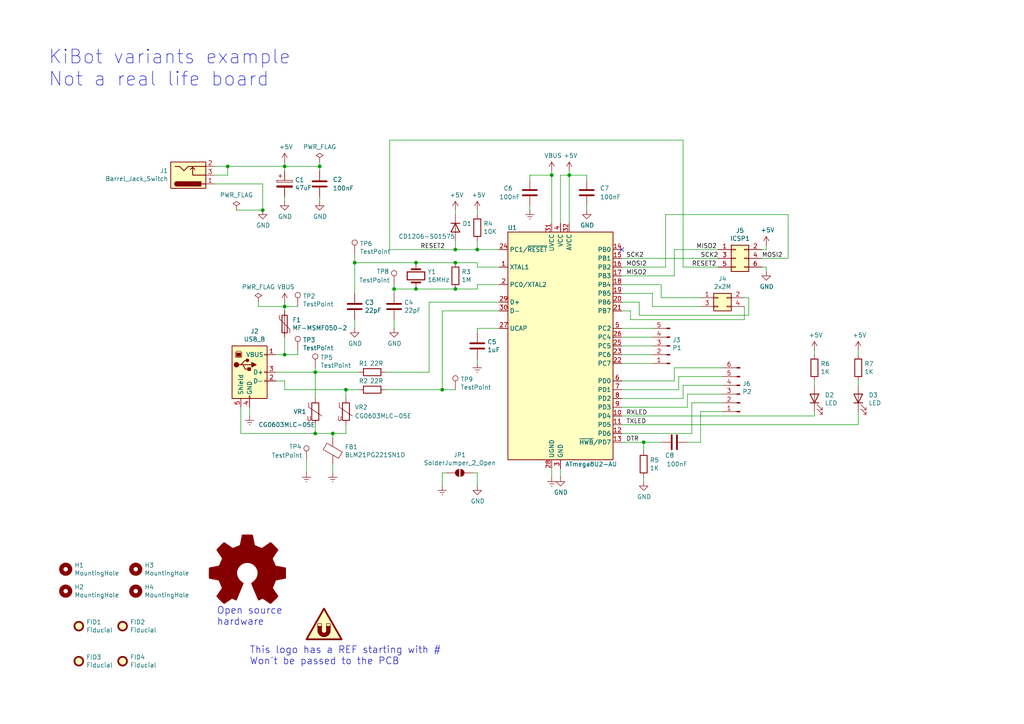
<source format=kicad_sch>
(kicad_sch (version 20231120) (generator "eeschema") (generator_version "8.0")
  (paper "A4")
  (title_block (title "Arduino UNO programmer") (date "${date}") (rev "${git_hash}") (company "Instituto Nacional de Tecnología Industrial") (comment 1 "Just a copy of the original circuit, but not as ugly") (comment 4 "An example of KiBot variants"))
  (lib_symbols
    (symbol "Connector:Barrel_Jack_Switch" (pin_names hide)
      (property "Reference" "J" (at 0 5.334 0))
      (property "Value" "Barrel_Jack_Switch" (at 0 -5.08 0))
      (symbol "Barrel_Jack_Switch_1_1"
        (pin passive line (at 7.62 2.54 180) (length 2.54) (name "~") (number "1"))
        (pin passive line (at 7.62 -2.54 180) (length 2.54) (name "~") (number "2"))
        (pin passive line (at 7.62 0 180) (length 2.54) (name "~") (number "3"))
      )
    )
    (symbol "Connector:Conn_01x05_Pin" (pin_names (offset 1.016) hide)
      (property "Reference" "J" (at 0 7.62 0))
      (property "Value" "Conn_01x05_Pin" (at 0 -7.62 0))
      (symbol "Conn_01x05_Pin_1_1"
        (pin passive line (at 5.08 5.08 180) (length 3.81) (name "Pin_1") (number "1"))
        (pin passive line (at 5.08 2.54 180) (length 3.81) (name "Pin_2") (number "2"))
        (pin passive line (at 5.08 0 180) (length 3.81) (name "Pin_3") (number "3"))
        (pin passive line (at 5.08 -2.54 180) (length 3.81) (name "Pin_4") (number "4"))
        (pin passive line (at 5.08 -5.08 180) (length 3.81) (name "Pin_5") (number "5"))
      )
    )
    (symbol "Connector:Conn_01x06_Pin" (pin_names (offset 1.016) hide)
      (property "Reference" "J" (at 0 7.62 0))
      (property "Value" "Conn_01x06_Pin" (at 0 -10.16 0))
      (symbol "Conn_01x06_Pin_1_1"
        (pin passive line (at 5.08 5.08 180) (length 3.81) (name "Pin_1") (number "1"))
        (pin passive line (at 5.08 2.54 180) (length 3.81) (name "Pin_2") (number "2"))
        (pin passive line (at 5.08 0 180) (length 3.81) (name "Pin_3") (number "3"))
        (pin passive line (at 5.08 -2.54 180) (length 3.81) (name "Pin_4") (number "4"))
        (pin passive line (at 5.08 -5.08 180) (length 3.81) (name "Pin_5") (number "5"))
        (pin passive line (at 5.08 -7.62 180) (length 3.81) (name "Pin_6") (number "6"))
      )
    )
    (symbol "Connector:TestPoint" (pin_numbers hide) (pin_names (offset 0.762) hide)
      (property "Reference" "TP" (at 0 6.858 0))
      (property "Value" "TestPoint" (at 0 5.08 0))
      (symbol "TestPoint_1_1"
        (pin passive line (at 0 0 90) (length 2.54) (name "1") (number "1"))
      )
    )
    (symbol "Connector:USB_B" (pin_names (offset 1.016))
      (property "Reference" "J" (at -5.08 11.43 0))
      (property "Value" "USB_B" (at -5.08 8.89 0))
      (symbol "USB_B_1_1"
        (pin power_out line (at 7.62 5.08 180) (length 2.54) (name "VBUS") (number "1"))
        (pin bidirectional line (at 7.62 -2.54 180) (length 2.54) (name "D-") (number "2"))
        (pin bidirectional line (at 7.62 0 180) (length 2.54) (name "D+") (number "3"))
        (pin power_out line (at 0 -10.16 90) (length 2.54) (name "GND") (number "4"))
        (pin passive line (at -2.54 -10.16 90) (length 2.54) (name "Shield") (number "5"))
      )
    )
    (symbol "Connector_Generic:Conn_02x02_Odd_Even" (pin_names (offset 1.016) hide)
      (property "Reference" "J" (at 1.27 2.54 0))
      (property "Value" "Conn_02x02_Odd_Even" (at 1.27 -5.08 0))
      (symbol "Conn_02x02_Odd_Even_1_1"
        (pin passive line (at -5.08 0 0) (length 3.81) (name "Pin_1") (number "1"))
        (pin passive line (at 7.62 0 180) (length 3.81) (name "Pin_2") (number "2"))
        (pin passive line (at -5.08 -2.54 0) (length 3.81) (name "Pin_3") (number "3"))
        (pin passive line (at 7.62 -2.54 180) (length 3.81) (name "Pin_4") (number "4"))
      )
    )
    (symbol "Connector_Generic:Conn_02x03_Odd_Even" (pin_names (offset 1.016) hide)
      (property "Reference" "J" (at 1.27 5.08 0))
      (property "Value" "Conn_02x03_Odd_Even" (at 1.27 -5.08 0))
      (symbol "Conn_02x03_Odd_Even_1_1"
        (pin passive line (at -5.08 2.54 0) (length 3.81) (name "Pin_1") (number "1"))
        (pin passive line (at 7.62 2.54 180) (length 3.81) (name "Pin_2") (number "2"))
        (pin passive line (at -5.08 0 0) (length 3.81) (name "Pin_3") (number "3"))
        (pin passive line (at 7.62 0 180) (length 3.81) (name "Pin_4") (number "4"))
        (pin passive line (at -5.08 -2.54 0) (length 3.81) (name "Pin_5") (number "5"))
        (pin passive line (at 7.62 -2.54 180) (length 3.81) (name "Pin_6") (number "6"))
      )
    )
    (symbol "Device:C" (pin_numbers hide) (pin_names (offset 0.254))
      (property "Reference" "C" (at 0.635 2.54 0))
      (property "Value" "C" (at 0.635 -2.54 0))
      (symbol "C_1_1"
        (pin passive line (at 0 3.81 270) (length 2.794) (name "~") (number "1"))
        (pin passive line (at 0 -3.81 90) (length 2.794) (name "~") (number "2"))
      )
    )
    (symbol "Device:C_Polarized" (pin_numbers hide) (pin_names (offset 0.254))
      (property "Reference" "C" (at 0.635 2.54 0))
      (property "Value" "C_Polarized" (at 0.635 -2.54 0))
      (symbol "C_Polarized_1_1"
        (pin passive line (at 0 3.81 270) (length 2.794) (name "~") (number "1"))
        (pin passive line (at 0 -3.81 90) (length 2.794) (name "~") (number "2"))
      )
    )
    (symbol "Device:Crystal" (pin_numbers hide) (pin_names (offset 1.016) hide)
      (property "Reference" "Y" (at 0 3.81 0))
      (property "Value" "Crystal" (at 0 -3.81 0))
      (symbol "Crystal_1_1"
        (pin passive line (at -3.81 0 0) (length 1.27) (name "1") (number "1"))
        (pin passive line (at 3.81 0 180) (length 1.27) (name "2") (number "2"))
      )
    )
    (symbol "Device:D" (pin_numbers hide) (pin_names (offset 1.016) hide)
      (property "Reference" "D" (at 0 2.54 0))
      (property "Value" "D" (at 0 -2.54 0))
      (symbol "D_1_1"
        (pin passive line (at -3.81 0 0) (length 2.54) (name "K") (number "1"))
        (pin passive line (at 3.81 0 180) (length 2.54) (name "A") (number "2"))
      )
    )
    (symbol "Device:FerriteBead" (pin_numbers hide) (pin_names (offset 0))
      (property "Reference" "FB" (at -3.81 0.635 90))
      (property "Value" "FerriteBead" (at 3.81 0 90))
      (symbol "FerriteBead_1_1"
        (pin passive line (at 0 3.81 270) (length 2.54) (name "~") (number "1"))
        (pin passive line (at 0 -3.81 90) (length 2.54) (name "~") (number "2"))
      )
    )
    (symbol "Device:LED" (pin_numbers hide) (pin_names (offset 1.016) hide)
      (property "Reference" "D" (at 0 2.54 0))
      (property "Value" "LED" (at 0 -2.54 0))
      (symbol "LED_1_1"
        (pin passive line (at -3.81 0 0) (length 2.54) (name "K") (number "1"))
        (pin passive line (at 3.81 0 180) (length 2.54) (name "A") (number "2"))
      )
    )
    (symbol "Device:Polyfuse" (pin_numbers hide) (pin_names (offset 0))
      (property "Reference" "F" (at -2.54 0 90))
      (property "Value" "Polyfuse" (at 2.54 0 90))
      (symbol "Polyfuse_1_1"
        (pin passive line (at 0 3.81 270) (length 1.27) (name "~") (number "1"))
        (pin passive line (at 0 -3.81 90) (length 1.27) (name "~") (number "2"))
      )
    )
    (symbol "Device:R" (pin_numbers hide) (pin_names (offset 0))
      (property "Reference" "R" (at 2.032 0 90))
      (property "Value" "R" (at 0 0 90))
      (symbol "R_1_1"
        (pin passive line (at 0 3.81 270) (length 1.27) (name "~") (number "1"))
        (pin passive line (at 0 -3.81 90) (length 1.27) (name "~") (number "2"))
      )
    )
    (symbol "Device:Varistor" (pin_numbers hide) (pin_names (offset 0))
      (property "Reference" "RV" (at 3.175 0 90))
      (property "Value" "Varistor" (at -3.175 0 90))
      (symbol "Varistor_0_0"
        (text "U" (at -1.778 -2.032 0) (effects (font (size 1.27 1.27))))
      )
      (symbol "Varistor_1_1"
        (pin passive line (at 0 3.81 270) (length 1.27) (name "~") (number "1"))
        (pin passive line (at 0 -3.81 90) (length 1.27) (name "~") (number "2"))
      )
    )
    (symbol "Graphic:Logo_Open_Hardware_Large" (in_bom no) (on_board no))
    (symbol "Graphic:SYM_Magnet_Large" (in_bom no) (on_board no))
    (symbol "Jumper:SolderJumper_2_Open" (pin_numbers hide) (pin_names (offset 0) hide) (exclude_from_sim yes) (in_bom no)
      (property "Reference" "JP" (at 0 2.032 0))
      (property "Value" "SolderJumper_2_Open" (at 0 -2.54 0))
      (symbol "SolderJumper_2_Open_1_1"
        (pin passive line (at -3.81 0 0) (length 2.54) (name "A") (number "1"))
        (pin passive line (at 3.81 0 180) (length 2.54) (name "B") (number "2"))
      )
    )
    (symbol "MCU_Microchip_ATmega:ATmega8U2-A"
      (property "Reference" "U" (at -15.24 34.29 0))
      (property "Value" "ATmega8U2-A" (at 2.54 -34.29 0))
      (symbol "ATmega8U2-A_1_1"
        (pin input line (at -17.78 22.86 0) (length 2.54) (name "XTAL1") (number "1"))
        (pin bidirectional line (at 17.78 -20.32 180) (length 2.54) (name "PD4") (number "10"))
        (pin bidirectional line (at 17.78 -22.86 180) (length 2.54) (name "PD5") (number "11"))
        (pin bidirectional line (at 17.78 -25.4 180) (length 2.54) (name "PD6") (number "12"))
        (pin bidirectional line (at 17.78 -27.94 180) (length 2.54) (name "~{HWB}/PD7") (number "13"))
        (pin bidirectional line (at 17.78 27.94 180) (length 2.54) (name "PB0") (number "14"))
        (pin bidirectional line (at 17.78 25.4 180) (length 2.54) (name "PB1") (number "15"))
        (pin bidirectional line (at 17.78 22.86 180) (length 2.54) (name "PB2") (number "16"))
        (pin bidirectional line (at 17.78 20.32 180) (length 2.54) (name "PB3") (number "17"))
        (pin bidirectional line (at 17.78 17.78 180) (length 2.54) (name "PB4") (number "18"))
        (pin bidirectional line (at 17.78 15.24 180) (length 2.54) (name "PB5") (number "19"))
        (pin bidirectional line (at -17.78 17.78 0) (length 2.54) (name "PC0/XTAL2") (number "2"))
        (pin bidirectional line (at 17.78 12.7 180) (length 2.54) (name "PB6") (number "20"))
        (pin bidirectional line (at 17.78 10.16 180) (length 2.54) (name "PB7") (number "21"))
        (pin bidirectional line (at 17.78 -5.08 180) (length 2.54) (name "PC7") (number "22"))
        (pin bidirectional line (at 17.78 -2.54 180) (length 2.54) (name "PC6") (number "23"))
        (pin bidirectional line (at -17.78 27.94 0) (length 2.54) (name "PC1/~{RESET}") (number "24"))
        (pin bidirectional line (at 17.78 0 180) (length 2.54) (name "PC5") (number "25"))
        (pin bidirectional line (at 17.78 2.54 180) (length 2.54) (name "PC4") (number "26"))
        (pin passive line (at -17.78 5.08 0) (length 2.54) (name "UCAP") (number "27"))
        (pin power_in line (at -2.54 -35.56 90) (length 2.54) (name "UGND") (number "28"))
        (pin bidirectional line (at -17.78 12.7 0) (length 2.54) (name "D+") (number "29"))
        (pin power_in line (at 0 -35.56 90) (length 2.54) (name "GND") (number "3"))
        (pin bidirectional line (at -17.78 10.16 0) (length 2.54) (name "D-") (number "30"))
        (pin power_in line (at -2.54 35.56 270) (length 2.54) (name "UVCC") (number "31"))
        (pin power_in line (at 2.54 35.56 270) (length 2.54) (name "AVCC") (number "32"))
        (pin power_in line (at 0 35.56 270) (length 2.54) (name "VCC") (number "4"))
        (pin bidirectional line (at 17.78 5.08 180) (length 2.54) (name "PC2") (number "5"))
        (pin bidirectional line (at 17.78 -10.16 180) (length 2.54) (name "PD0") (number "6"))
        (pin bidirectional line (at 17.78 -12.7 180) (length 2.54) (name "PD1") (number "7"))
        (pin bidirectional line (at 17.78 -15.24 180) (length 2.54) (name "PD2") (number "8"))
        (pin bidirectional line (at 17.78 -17.78 180) (length 2.54) (name "PD3") (number "9"))
      )
    )
    (symbol "Mechanical:Fiducial" (exclude_from_sim yes) (in_bom no)
      (property "Reference" "FID" (at 0 5.08 0))
      (property "Value" "Fiducial" (at 0 3.175 0))
    )
    (symbol "Mechanical:MountingHole" (pin_names (offset 1.016)) (exclude_from_sim yes) (in_bom no)
      (property "Reference" "H" (at 0 5.08 0))
      (property "Value" "MountingHole" (at 0 3.175 0))
    )
    (symbol "power:+5V" (power) (pin_numbers hide) (pin_names (offset 0) hide)
      (property "Value" "+5V" (at 0 3.556 0))
      (symbol "+5V_1_1"
        (pin power_in line (at 0 0 90) (length 0) (name "~") (number "1"))
      )
    )
    (symbol "power:Earth" (power) (pin_numbers hide) (pin_names (offset 0) hide)
      (property "Value" "Earth" (at 0 -3.81 0))
      (symbol "Earth_1_1"
        (pin power_in line (at 0 0 270) (length 0) (name "~") (number "1"))
      )
    )
    (symbol "power:GND" (power) (pin_numbers hide) (pin_names (offset 0) hide)
      (property "Value" "GND" (at 0 -3.81 0))
      (symbol "GND_1_1"
        (pin power_in line (at 0 0 270) (length 0) (name "~") (number "1"))
      )
    )
    (symbol "power:PWR_FLAG" (power) (pin_numbers hide) (pin_names (offset 0) hide)
      (property "Value" "PWR_FLAG" (at 0 3.81 0))
      (symbol "PWR_FLAG_0_0"
        (pin power_out line (at 0 0 90) (length 0) (name "~") (number "1"))
      )
    )
    (symbol "power:VBUS" (power) (pin_numbers hide) (pin_names (offset 0) hide)
      (property "Value" "VBUS" (at 0 3.556 0))
      (symbol "VBUS_1_1"
        (pin power_in line (at 0 0 90) (length 0) (name "~") (number "1"))
      )
    )
  )
  (junction (at 82.55 88.9))
  (junction (at 160.02 50.8))
  (junction (at 132.08 76.2))
  (junction (at 91.44 125.73))
  (junction (at 100.33 113.03))
  (junction (at 138.43 72.39))
  (junction (at 128.27 113.03))
  (junction (at 96.52 125.73))
  (junction (at 186.69 128.27))
  (junction (at 120.65 76.2))
  (junction (at 114.3 83.82))
  (junction (at 82.55 48.26))
  (junction (at 92.71 48.26))
  (junction (at 102.87 76.2))
  (junction (at 132.08 72.39))
  (junction (at 82.55 102.87))
  (junction (at 91.44 107.95))
  (junction (at 165.1 50.8))
  (junction (at 132.08 83.82))
  (junction (at 66.04 48.26))
  (junction (at 76.2 60.96))
  (junction (at 120.65 83.82))
  (no_connect (at 180.34 72.39))
  (wire (pts (xy 186.69 130.81) (xy 186.69 128.27)))
  (wire (pts (xy 96.52 125.73) (xy 96.52 127)))
  (wire (pts (xy 91.44 125.73) (xy 96.52 125.73)))
  (wire (pts (xy 82.55 102.87) (xy 82.55 97.79)))
  (wire (pts (xy 92.71 46.99) (xy 92.71 48.26)))
  (wire (pts (xy 66.04 50.8) (xy 66.04 48.26)))
  (wire (pts (xy 162.56 50.8) (xy 165.1 50.8)))
  (wire (pts (xy 248.92 123.19) (xy 248.92 119.38)))
  (wire (pts (xy 153.67 50.8) (xy 160.02 50.8)))
  (wire (pts (xy 144.78 95.25) (xy 138.43 95.25)))
  (wire (pts (xy 132.08 76.2) (xy 120.65 76.2)))
  (wire (pts (xy 111.76 113.03) (xy 128.27 113.03)))
  (wire (pts (xy 182.88 92.71) (xy 215.9 92.71)))
  (wire (pts (xy 128.27 137.16) (xy 128.27 140.97)))
  (wire (pts (xy 180.34 85.09) (xy 189.23 85.09)))
  (wire (pts (xy 209.55 106.68) (xy 195.58 106.68)))
  (wire (pts (xy 114.3 92.71) (xy 114.3 95.25)))
  (wire (pts (xy 180.34 80.01) (xy 195.58 80.01)))
  (wire (pts (xy 162.56 64.77) (xy 162.56 50.8)))
  (wire (pts (xy 82.55 113.03) (xy 82.55 110.49)))
  (wire (pts (xy 203.2 128.27) (xy 203.2 119.38)))
  (wire (pts (xy 180.34 87.63) (xy 185.42 87.63)))
  (wire (pts (xy 100.33 113.03) (xy 82.55 113.03)))
  (wire (pts (xy 76.2 60.96) (xy 68.58 60.96)))
  (wire (pts (xy 138.43 77.47) (xy 138.43 76.2)))
  (wire (pts (xy 138.43 95.25) (xy 138.43 96.52)))
  (wire (pts (xy 132.08 69.85) (xy 132.08 72.39)))
  (wire (pts (xy 62.23 50.8) (xy 66.04 50.8)))
  (wire (pts (xy 120.65 83.82) (xy 114.3 83.82)))
  (wire (pts (xy 198.12 111.76) (xy 198.12 115.57)))
  (wire (pts (xy 217.17 91.44) (xy 217.17 86.36)))
  (wire (pts (xy 220.98 72.39) (xy 222.25 72.39)))
  (wire (pts (xy 69.85 118.11) (xy 69.85 125.73)))
  (wire (pts (xy 153.67 52.07) (xy 153.67 50.8)))
  (wire (pts (xy 114.3 82.55) (xy 114.3 83.82)))
  (wire (pts (xy 199.39 128.27) (xy 203.2 128.27)))
  (wire (pts (xy 195.58 80.01) (xy 195.58 72.39)))
  (wire (pts (xy 198.12 40.64) (xy 113.03 40.64)))
  (wire (pts (xy 113.03 72.39) (xy 132.08 72.39)))
  (wire (pts (xy 153.67 59.69) (xy 153.67 60.96)))
  (wire (pts (xy 236.22 120.65) (xy 236.22 119.38)))
  (wire (pts (xy 180.34 95.25) (xy 189.23 95.25)))
  (wire (pts (xy 198.12 77.47) (xy 198.12 40.64)))
  (wire (pts (xy 80.01 102.87) (xy 82.55 102.87)))
  (wire (pts (xy 129.54 137.16) (xy 128.27 137.16)))
  (wire (pts (xy 92.71 57.15) (xy 92.71 58.42)))
  (wire (pts (xy 144.78 77.47) (xy 138.43 77.47)))
  (wire (pts (xy 182.88 90.17) (xy 182.88 92.71)))
  (wire (pts (xy 91.44 106.68) (xy 91.44 107.95)))
  (wire (pts (xy 199.39 114.3) (xy 209.55 114.3)))
  (wire (pts (xy 96.52 125.73) (xy 100.33 125.73)))
  (wire (pts (xy 138.43 83.82) (xy 138.43 82.55)))
  (wire (pts (xy 236.22 110.49) (xy 236.22 111.76)))
  (wire (pts (xy 96.52 134.62) (xy 96.52 137.16)))
  (wire (pts (xy 62.23 48.26) (xy 66.04 48.26)))
  (wire (pts (xy 180.34 125.73) (xy 200.66 125.73)))
  (wire (pts (xy 120.65 76.2) (xy 102.87 76.2)))
  (wire (pts (xy 72.39 118.11) (xy 72.39 120.65)))
  (wire (pts (xy 165.1 64.77) (xy 165.1 50.8)))
  (wire (pts (xy 180.34 118.11) (xy 199.39 118.11)))
  (wire (pts (xy 220.98 77.47) (xy 222.25 77.47)))
  (wire (pts (xy 138.43 76.2) (xy 132.08 76.2)))
  (wire (pts (xy 195.58 72.39) (xy 208.28 72.39)))
  (wire (pts (xy 132.08 83.82) (xy 120.65 83.82)))
  (wire (pts (xy 100.33 115.57) (xy 100.33 113.03)))
  (wire (pts (xy 180.34 120.65) (xy 236.22 120.65)))
  (wire (pts (xy 180.34 128.27) (xy 186.69 128.27)))
  (wire (pts (xy 170.18 52.07) (xy 170.18 50.8)))
  (wire (pts (xy 138.43 60.96) (xy 138.43 62.23)))
  (wire (pts (xy 180.34 82.55) (xy 191.77 82.55)))
  (wire (pts (xy 195.58 106.68) (xy 195.58 110.49)))
  (wire (pts (xy 189.23 85.09) (xy 189.23 88.9)))
  (wire (pts (xy 189.23 88.9) (xy 203.2 88.9)))
  (wire (pts (xy 102.87 76.2) (xy 102.87 85.09)))
  (wire (pts (xy 128.27 113.03) (xy 128.27 90.17)))
  (wire (pts (xy 92.71 48.26) (xy 92.71 49.53)))
  (wire (pts (xy 189.23 97.79) (xy 180.34 97.79)))
  (wire (pts (xy 185.42 87.63) (xy 185.42 91.44)))
  (wire (pts (xy 86.36 101.6) (xy 86.36 102.87)))
  (wire (pts (xy 170.18 59.69) (xy 170.18 60.96)))
  (wire (pts (xy 138.43 105.41) (xy 138.43 104.14)))
  (wire (pts (xy 186.69 138.43) (xy 186.69 139.7)))
  (wire (pts (xy 82.55 57.15) (xy 82.55 58.42)))
  (wire (pts (xy 82.55 110.49) (xy 80.01 110.49)))
  (wire (pts (xy 180.34 100.33) (xy 189.23 100.33)))
  (wire (pts (xy 138.43 137.16) (xy 138.43 140.97)))
  (wire (pts (xy 132.08 60.96) (xy 132.08 62.23)))
  (wire (pts (xy 228.6 74.93) (xy 228.6 62.23)))
  (wire (pts (xy 82.55 46.99) (xy 82.55 48.26)))
  (wire (pts (xy 137.16 137.16) (xy 138.43 137.16)))
  (wire (pts (xy 222.25 72.39) (xy 222.25 71.12)))
  (wire (pts (xy 208.28 77.47) (xy 198.12 77.47)))
  (wire (pts (xy 104.14 113.03) (xy 100.33 113.03)))
  (wire (pts (xy 86.36 88.9) (xy 82.55 88.9)))
  (wire (pts (xy 198.12 115.57) (xy 180.34 115.57)))
  (wire (pts (xy 189.23 102.87) (xy 180.34 102.87)))
  (wire (pts (xy 100.33 125.73) (xy 100.33 123.19)))
  (wire (pts (xy 203.2 119.38) (xy 209.55 119.38)))
  (wire (pts (xy 180.34 113.03) (xy 196.85 113.03)))
  (wire (pts (xy 222.25 77.47) (xy 222.25 78.74)))
  (wire (pts (xy 185.42 91.44) (xy 217.17 91.44)))
  (wire (pts (xy 114.3 83.82) (xy 114.3 85.09)))
  (wire (pts (xy 66.04 48.26) (xy 82.55 48.26)))
  (wire (pts (xy 191.77 82.55) (xy 191.77 86.36)))
  (wire (pts (xy 180.34 90.17) (xy 182.88 90.17)))
  (wire (pts (xy 236.22 101.6) (xy 236.22 102.87)))
  (wire (pts (xy 124.46 87.63) (xy 124.46 107.95)))
  (wire (pts (xy 199.39 118.11) (xy 199.39 114.3)))
  (wire (pts (xy 180.34 74.93) (xy 208.28 74.93)))
  (wire (pts (xy 217.17 86.36) (xy 215.9 86.36)))
  (wire (pts (xy 82.55 48.26) (xy 92.71 48.26)))
  (wire (pts (xy 102.87 92.71) (xy 102.87 95.25)))
  (wire (pts (xy 195.58 110.49) (xy 180.34 110.49)))
  (wire (pts (xy 193.04 62.23) (xy 228.6 62.23)))
  (wire (pts (xy 113.03 40.64) (xy 113.03 72.39)))
  (wire (pts (xy 196.85 113.03) (xy 196.85 109.22)))
  (wire (pts (xy 74.93 88.9) (xy 74.93 87.63)))
  (wire (pts (xy 82.55 48.26) (xy 82.55 49.53)))
  (wire (pts (xy 165.1 50.8) (xy 165.1 49.53)))
  (wire (pts (xy 160.02 64.77) (xy 160.02 50.8)))
  (wire (pts (xy 160.02 135.89) (xy 160.02 138.43)))
  (wire (pts (xy 138.43 82.55) (xy 144.78 82.55)))
  (wire (pts (xy 248.92 110.49) (xy 248.92 111.76)))
  (wire (pts (xy 144.78 87.63) (xy 124.46 87.63)))
  (wire (pts (xy 69.85 125.73) (xy 91.44 125.73)))
  (wire (pts (xy 132.08 72.39) (xy 138.43 72.39)))
  (wire (pts (xy 200.66 125.73) (xy 200.66 116.84)))
  (wire (pts (xy 193.04 77.47) (xy 193.04 62.23)))
  (wire (pts (xy 180.34 123.19) (xy 248.92 123.19)))
  (wire (pts (xy 91.44 107.95) (xy 104.14 107.95)))
  (wire (pts (xy 102.87 73.66) (xy 102.87 76.2)))
  (wire (pts (xy 91.44 123.19) (xy 91.44 125.73)))
  (wire (pts (xy 132.08 83.82) (xy 138.43 83.82)))
  (wire (pts (xy 76.2 53.34) (xy 76.2 60.96)))
  (wire (pts (xy 209.55 111.76) (xy 198.12 111.76)))
  (wire (pts (xy 82.55 88.9) (xy 82.55 87.63)))
  (wire (pts (xy 165.1 50.8) (xy 170.18 50.8)))
  (wire (pts (xy 91.44 115.57) (xy 91.44 107.95)))
  (wire (pts (xy 196.85 109.22) (xy 209.55 109.22)))
  (wire (pts (xy 62.23 53.34) (xy 76.2 53.34)))
  (wire (pts (xy 132.08 113.03) (xy 128.27 113.03)))
  (wire (pts (xy 80.01 107.95) (xy 91.44 107.95)))
  (wire (pts (xy 200.66 116.84) (xy 209.55 116.84)))
  (wire (pts (xy 162.56 135.89) (xy 162.56 138.43)))
  (wire (pts (xy 191.77 86.36) (xy 203.2 86.36)))
  (wire (pts (xy 180.34 105.41) (xy 189.23 105.41)))
  (wire (pts (xy 160.02 50.8) (xy 160.02 49.53)))
  (wire (pts (xy 124.46 107.95) (xy 111.76 107.95)))
  (wire (pts (xy 82.55 88.9) (xy 74.93 88.9)))
  (wire (pts (xy 138.43 72.39) (xy 144.78 72.39)))
  (wire (pts (xy 128.27 90.17) (xy 144.78 90.17)))
  (wire (pts (xy 248.92 101.6) (xy 248.92 102.87)))
  (wire (pts (xy 82.55 90.17) (xy 82.55 88.9)))
  (wire (pts (xy 186.69 128.27) (xy 191.77 128.27)))
  (wire (pts (xy 215.9 92.71) (xy 215.9 88.9)))
  (wire (pts (xy 88.9 133.35) (xy 88.9 137.16)))
  (wire (pts (xy 138.43 69.85) (xy 138.43 72.39)))
  (wire (pts (xy 180.34 77.47) (xy 193.04 77.47)))
  (wire (pts (xy 220.98 74.93) (xy 228.6 74.93)))
  (wire (pts (xy 86.36 102.87) (xy 82.55 102.87)))
  (text "Open source\nhardware" (at 62.865 181.61 0) (effects (font (size 2.0066 2.0066)) (justify left bottom)))
  (text "This logo has a REF starting with #\nWon't be passed to the PCB" (at 72.39 193.04 0) (effects (font (size 2.0066 2.0066)) (justify left bottom)))
  (text "KiBot variants example\nNot a real life board" (at 13.97 25.4 0) (effects (font (size 3.9878 3.9878)) (justify left bottom)))
  (label "RESET2" (at 121.92 72.39 0))
  (label "MISO2" (at 181.61 80.01 0))
  (label "DTR" (at 181.61 128.27 0))
  (label "SCK2" (at 181.61 74.93 0))
  (label "RXLED" (at 181.61 120.65 0))
  (label "RESET2" (at 200.66 77.47 0))
  (label "MISO2" (at 201.93 72.39 0))
  (label "SCK2" (at 203.2 74.93 0))
  (label "TXLED" (at 181.61 123.19 0))
  (label "MOSI2" (at 220.98 74.93 0))
  (label "MOSI2" (at 181.61 77.47 0))
  (symbol (lib_id "MCU_Microchip_ATmega:ATmega8U2-A") (at 162.56 100.33 0) (unit 1)
    (property "Reference" "U1" (at 148.59 66.04 0))
    (property "Value" "ATmega8U2-AU" (at 171.45 134.62 0))
    (property "Footprint" "Package_QFP:TQFP-32_7x7mm_P0.8mm" (effects (hide yes)))
    (property "Datasheet" "http://ww1.microchip.com/downloads/en/DeviceDoc/doc7799.pdf" (effects (hide yes)))
    (property "Description" "16MHz, 8kB Flash, 512B SRAM, 512B EEPROM, TQFP-32" (effects (hide yes)))
  )
  (symbol (lib_id "Device:R") (at 132.08 80.01 0) (unit 1)
    (property "Reference" "R3" (at 133.858 78.8416 0) (effects (justify left)))
    (property "Value" "1M" (at 133.858 81.153 0) (effects (justify left)))
    (property "Footprint" "Resistor_SMD:R_0805_2012Metric" (effects (hide yes)))
    (property "Description" "Resistor" (effects (hide yes)))
    (property "Config" "+USB,+XTAL" (effects (hide yes)))
  )
  (symbol (lib_id "Device:C") (at 114.3 88.9 0) (unit 1)
    (property "Reference" "C4" (at 117.221 87.7316 0) (effects (justify left)))
    (property "Value" "22pF" (at 117.221 90.043 0) (effects (justify left)))
    (property "Footprint" "Capacitor_SMD:C_0805_2012Metric" (effects (hide yes)))
    (property "Description" "Unpolarized capacitor" (effects (hide yes)))
    (property "Config" "+USB,+XTAL" (effects (hide yes)))
  )
  (symbol (lib_id "Device:C") (at 102.87 88.9 0) (unit 1)
    (property "Reference" "C3" (at 105.791 87.7316 0) (effects (justify left)))
    (property "Value" "22pF" (at 105.791 90.043 0) (effects (justify left)))
    (property "Footprint" "Capacitor_SMD:C_0805_2012Metric" (effects (hide yes)))
    (property "Description" "Unpolarized capacitor" (effects (hide yes)))
    (property "Config" "+USB,+XTAL" (effects (hide yes)))
  )
  (symbol (lib_id "power:GND") (at 102.87 95.25 0) (unit 1)
    (property "Reference" "#PWR09" (effects (hide yes)))
    (property "Value" "GND" (at 102.997 99.6442 0))
    (property "Description" "Power symbol creates a global label with name \"GND\" , ground" (effects (hide yes)))
  )
  (symbol (lib_id "power:GND") (at 114.3 95.25 0) (unit 1)
    (property "Reference" "#PWR010" (effects (hide yes)))
    (property "Value" "GND" (at 114.427 99.6442 0))
    (property "Description" "Power symbol creates a global label with name \"GND\" , ground" (effects (hide yes)))
  )
  (symbol (lib_id "Connector:TestPoint") (at 102.87 73.66 0) (unit 1)
    (property "Reference" "TP6" (at 104.3432 70.6628 0) (effects (justify left)))
    (property "Value" "TestPoint" (at 104.3432 72.9742 0) (effects (justify left)))
    (property "Footprint" "TestPoint:TestPoint_Pad_D1.0mm" (effects (hide yes)))
    (property "Description" "test point" (effects (hide yes)))
  )
  (symbol (lib_id "Connector:TestPoint") (at 114.3 82.55 0) (unit 1)
    (property "Reference" "TP8" (at 109.22 78.74 0) (effects (justify left)))
    (property "Value" "TestPoint" (at 104.14 81.28 0) (effects (justify left)))
    (property "Footprint" "TestPoint:TestPoint_Pad_D1.0mm" (effects (hide yes)))
    (property "Description" "test point" (effects (hide yes)))
  )
  (symbol (lib_id "Device:Varistor") (at 100.33 119.38 0) (unit 1)
    (property "Reference" "VR2" (at 102.87 118.11 0) (effects (justify left)))
    (property "Value" "CG0603MLC-05E" (at 102.87 120.65 0) (effects (justify left)))
    (property "Footprint" "Resistor_SMD:R_0603_1608Metric" (effects (hide yes)))
    (property "Description" "Voltage dependent resistor" (effects (hide yes)))
    (property "MFN" "Bourns Inc." (effects (hide yes)))
    (property "MFP" "CG0603MLC-05E" (effects (hide yes)))
    (property "Config" "+USB" (effects (hide yes)))
    (property "Sim.Name" "kicad_builtin_varistor" (effects (hide yes)))
    (property "Sim.Device" "SUBCKT" (effects (hide yes)))
    (property "Sim.Pins" "1=A 2=B" (effects (hide yes)))
    (property "Sim.Params" "threshold=1k" (effects (hide yes)))
    (property "Sim.Library" "${KICAD7_SYMBOL_DIR}/Simulation_SPICE.sp" (effects (hide yes)))
  )
  (symbol (lib_id "Device:Crystal") (at 120.65 80.01 270) (unit 1)
    (property "Reference" "Y1" (at 123.9774 78.8416 90) (effects (justify left)))
    (property "Value" "16MHz" (at 123.9774 81.153 90) (effects (justify left)))
    (property "Footprint" "Crystal:Crystal_SMD_Abracon_ABM3-2Pin_5.0x3.2mm" (effects (hide yes)))
    (property "Description" "Two pin crystal" (effects (hide yes)))
    (property "MFN" "Abracon LLC" (effects (hide yes)))
    (property "MFP" "ABM3-16.000MHZ-B2-T" (effects (hide yes)))
    (property "Config" "+USB,+XTAL" (effects (hide yes)))
  )
  (symbol (lib_id "Device:R") (at 107.95 107.95 270) (unit 1)
    (property "Reference" "R1" (at 105.41 105.41 90))
    (property "Value" "22R" (at 109.22 105.41 90))
    (property "Footprint" "Resistor_SMD:R_0805_2012Metric" (effects (hide yes)))
    (property "Description" "Resistor" (effects (hide yes)))
    (property "Config" "+USB" (effects (hide yes)))
  )
  (symbol (lib_id "Device:R") (at 107.95 113.03 270) (unit 1)
    (property "Reference" "R2" (at 105.41 110.49 90))
    (property "Value" "22R" (at 109.22 110.49 90))
    (property "Footprint" "Resistor_SMD:R_0805_2012Metric" (effects (hide yes)))
    (property "Description" "Resistor" (effects (hide yes)))
    (property "Config" "+USB" (effects (hide yes)))
  )
  (symbol (lib_id "Connector:USB_B") (at 72.39 107.95 0) (unit 1)
    (property "Reference" "J2" (at 73.8378 96.0882 0))
    (property "Value" "USB_B" (at 73.8378 98.3996 0))
    (property "Footprint" "Connector_USB:USB_B_Lumberg_2411_02_Horizontal" (effects (hide yes)))
    (property "Description" "USB Type B connector" (effects (hide yes)))
    (property "MFN" "TE Connectivity AMP Connectors" (effects (hide yes)))
    (property "MFP" "292304-1" (effects (hide yes)))
    (property "Config" "+USB" (effects (hide yes)))
  )
  (symbol (lib_id "Device:Varistor") (at 91.44 119.38 0) (unit 1)
    (property "Reference" "VR1" (at 85.09 119.38 0) (effects (justify left)))
    (property "Value" "CG0603MLC-05E" (at 74.93 123.19 0) (effects (justify left)))
    (property "Footprint" "Resistor_SMD:R_0603_1608Metric" (effects (hide yes)))
    (property "Description" "Voltage dependent resistor" (effects (hide yes)))
    (property "MFN" "Bourns Inc." (effects (hide yes)))
    (property "MFP" "CG0603MLC-05E" (effects (hide yes)))
    (property "Config" "+USB" (effects (hide yes)))
    (property "Sim.Name" "kicad_builtin_varistor" (effects (hide yes)))
    (property "Sim.Device" "SUBCKT" (effects (hide yes)))
    (property "Sim.Pins" "1=A 2=B" (effects (hide yes)))
    (property "Sim.Params" "threshold=1k" (effects (hide yes)))
    (property "Sim.Library" "${KICAD7_SYMBOL_DIR}/Simulation_SPICE.sp" (effects (hide yes)))
  )
  (symbol (lib_id "Device:FerriteBead") (at 96.52 130.81 0) (unit 1)
    (property "Reference" "FB1" (at 99.9998 129.6416 0) (effects (justify left)))
    (property "Value" "BLM21PG221SN1D" (at 99.9998 131.953 0) (effects (justify left)))
    (property "Footprint" "Resistor_SMD:R_0805_2012Metric" (effects (hide yes)))
    (property "Description" "Ferrite bead" (effects (hide yes)))
    (property "MFN" "Murata" (effects (hide yes)))
    (property "MFP" "BLM21PG221SN1D" (effects (hide yes)))
    (property "Config" "+USB" (effects (hide yes)))
  )
  (symbol (lib_id "Device:Polyfuse") (at 82.55 93.98 0) (unit 1)
    (property "Reference" "F1" (at 84.7852 92.8116 0) (effects (justify left)))
    (property "Value" "MF-MSMF050-2" (at 84.7852 95.123 0) (effects (justify left)))
    (property "Footprint" "Resistor_SMD:R_1812_4532Metric" (effects (hide yes)))
    (property "Description" "Resettable fuse, polymeric positive temperature coefficient" (effects (hide yes)))
    (property "Config" "+USB" (effects (hide yes)))
  )
  (symbol (lib_id "power:Earth") (at 96.52 137.16 0) (unit 1)
    (property "Reference" "#PWR08" (effects (hide yes)))
    (property "Value" "Earth" (effects (hide yes)))
    (property "Description" "Power symbol creates a global label with name \"Earth\"" (effects (hide yes)))
  )
  (symbol (lib_id "power:Earth") (at 72.39 120.65 0) (unit 1)
    (property "Reference" "#PWR01" (effects (hide yes)))
    (property "Value" "Earth" (effects (hide yes)))
    (property "Description" "Power symbol creates a global label with name \"Earth\"" (effects (hide yes)))
  )
  (symbol (lib_id "Connector:TestPoint") (at 91.44 106.68 0) (unit 1)
    (property "Reference" "TP5" (at 92.9132 103.6828 0) (effects (justify left)))
    (property "Value" "TestPoint" (at 92.9132 105.9942 0) (effects (justify left)))
    (property "Footprint" "TestPoint:TestPoint_Pad_D1.0mm" (effects (hide yes)))
    (property "Description" "test point" (effects (hide yes)))
  )
  (symbol (lib_id "Connector:TestPoint") (at 132.08 113.03 0) (unit 1)
    (property "Reference" "TP9" (at 133.5532 110.0328 0) (effects (justify left)))
    (property "Value" "TestPoint" (at 133.5532 112.3442 0) (effects (justify left)))
    (property "Footprint" "TestPoint:TestPoint_Pad_D1.0mm" (effects (hide yes)))
    (property "Description" "test point" (effects (hide yes)))
  )
  (symbol (lib_id "power:VBUS") (at 82.55 87.63 0) (unit 1)
    (property "Reference" "#PWR05" (effects (hide yes)))
    (property "Value" "VBUS" (at 82.931 83.2358 0))
    (property "Description" "Power symbol creates a global label with name \"VBUS\"" (effects (hide yes)))
  )
  (symbol (lib_id "Connector:TestPoint") (at 86.36 88.9 0) (unit 1)
    (property "Reference" "TP2" (at 87.8332 85.9028 0) (effects (justify left)))
    (property "Value" "TestPoint" (at 87.8332 88.2142 0) (effects (justify left)))
    (property "Footprint" "TestPoint:TestPoint_Pad_D1.0mm" (effects (hide yes)))
    (property "Description" "test point" (effects (hide yes)))
  )
  (symbol (lib_id "power:PWR_FLAG") (at 74.93 87.63 0) (unit 1)
    (property "Reference" "#FLG01" (effects (hide yes)))
    (property "Value" "PWR_FLAG" (at 74.93 83.2358 0))
    (property "Description" "Special symbol for telling ERC where power comes from" (effects (hide yes)))
  )
  (symbol (lib_id "power:Earth") (at 88.9 137.16 0) (unit 1)
    (property "Reference" "#PWR06" (effects (hide yes)))
    (property "Value" "Earth" (effects (hide yes)))
    (property "Description" "Power symbol creates a global label with name \"Earth\"" (effects (hide yes)))
  )
  (symbol (lib_id "Graphic:SYM_Magnet_Large") (at 93.98 180.34 0) (unit 1) (exclude_from_sim yes)
    (property "Reference" "#SYM1" (effects (hide yes)))
    (property "Value" "SYM_Magnet_Large" (effects (hide yes)))
    (property "Description" "Magnetic field warning symbol, large" (effects (hide yes)))
  )
  (symbol (lib_id "Connector:TestPoint") (at 88.9 133.35 0) (unit 1)
    (property "Reference" "TP4" (at 83.82 129.54 0) (effects (justify left)))
    (property "Value" "TestPoint" (at 78.74 132.08 0) (effects (justify left)))
    (property "Footprint" "TestPoint:TestPoint_Pad_D1.0mm" (effects (hide yes)))
    (property "Description" "test point" (effects (hide yes)))
  )
  (symbol (lib_id "Device:LED") (at 248.92 115.57 90) (unit 1)
    (property "Reference" "D3" (at 251.9172 114.5794 90) (effects (justify right)))
    (property "Value" "LED" (at 251.9172 116.8908 90) (effects (justify right)))
    (property "Footprint" "LED_SMD:LED_0805_2012Metric" (effects (hide yes)))
    (property "Description" "Light emitting diode" (effects (hide yes)))
    (property "MFN" "OSRAM Opto Semiconductors Inc." (effects (hide yes)))
    (property "MFP" "LG R971-KN-1" (effects (hide yes)))
  )
  (symbol (lib_id "power:Earth") (at 138.43 105.41 0) (unit 1)
    (property "Reference" "#PWR014" (effects (hide yes)))
    (property "Value" "Earth" (effects (hide yes)))
    (property "Description" "Power symbol creates a global label with name \"Earth\"" (effects (hide yes)))
  )
  (symbol (lib_id "Device:C") (at 138.43 100.33 0) (unit 1)
    (property "Reference" "C5" (at 141.351 99.1616 0) (effects (justify left)))
    (property "Value" "1uF" (at 141.351 101.473 0) (effects (justify left)))
    (property "Footprint" "Capacitor_SMD:C_0805_2012Metric" (effects (hide yes)))
    (property "Description" "Unpolarized capacitor" (effects (hide yes)))
  )
  (symbol (lib_id "Connector:Barrel_Jack_Switch") (at 54.61 50.8 0) (mirror x) (unit 1)
    (property "Reference" "J1" (at 48.768 49.53 0) (effects (justify right)))
    (property "Value" "Barrel_Jack_Switch" (at 48.768 51.8414 0) (effects (justify right)))
    (property "Footprint" "Connector_BarrelJack:BarrelJack_CLIFF_FC681465S_SMT_Horizontal" (effects (hide yes)))
    (property "Description" "DC Barrel Jack with an internal switch" (effects (hide yes)))
    (property "MFN" "Würth Elektronik" (effects (hide yes)))
    (property "MFP" "694106106102" (effects (hide yes)))
  )
  (symbol (lib_id "power:VBUS") (at 160.02 49.53 0) (unit 1)
    (property "Reference" "#PWR017" (effects (hide yes)))
    (property "Value" "VBUS" (at 160.401 45.1358 0))
    (property "Description" "Power symbol creates a global label with name \"VBUS\"" (effects (hide yes)))
  )
  (symbol (lib_id "Device:C") (at 153.67 55.88 0) (unit 1)
    (property "Reference" "C6" (at 146.05 54.61 0) (effects (justify left)))
    (property "Value" "100nF" (at 144.78 57.15 0) (effects (justify left)))
    (property "Footprint" "Capacitor_SMD:C_0805_2012Metric" (effects (hide yes)))
    (property "Description" "Unpolarized capacitor" (effects (hide yes)))
  )
  (symbol (lib_id "power:Earth") (at 153.67 60.96 0) (unit 1)
    (property "Reference" "#PWR016" (effects (hide yes)))
    (property "Value" "Earth" (effects (hide yes)))
    (property "Description" "Power symbol creates a global label with name \"Earth\"" (effects (hide yes)))
  )
  (symbol (lib_id "Connector:TestPoint") (at 86.36 101.6 0) (unit 1)
    (property "Reference" "TP3" (at 87.8332 98.6028 0) (effects (justify left)))
    (property "Value" "TestPoint" (at 87.8332 100.9142 0) (effects (justify left)))
    (property "Footprint" "TestPoint:TestPoint_Pad_D1.0mm" (effects (hide yes)))
    (property "Description" "test point" (effects (hide yes)))
  )
  (symbol (lib_id "power:Earth") (at 160.02 138.43 0) (unit 1)
    (property "Reference" "#PWR018" (effects (hide yes)))
    (property "Value" "Earth" (effects (hide yes)))
    (property "Description" "Power symbol creates a global label with name \"Earth\"" (effects (hide yes)))
  )
  (symbol (lib_id "power:GND") (at 162.56 138.43 0) (unit 1)
    (property "Reference" "#PWR019" (effects (hide yes)))
    (property "Value" "GND" (at 162.687 142.8242 0))
    (property "Description" "Power symbol creates a global label with name \"GND\" , ground" (effects (hide yes)))
  )
  (symbol (lib_id "Jumper:SolderJumper_2_Open") (at 133.35 137.16 0) (unit 1)
    (property "Reference" "JP1" (at 133.35 131.953 0))
    (property "Value" "SolderJumper_2_Open" (at 133.35 134.2644 0))
    (property "Footprint" "Jumper:SolderJumper-2_P1.3mm_Open_RoundedPad1.0x1.5mm" (effects (hide yes)))
    (property "Description" "Solder Jumper, 2-pole, open" (effects (hide yes)))
  )
  (symbol (lib_id "power:Earth") (at 128.27 140.97 0) (unit 1)
    (property "Reference" "#PWR011" (effects (hide yes)))
    (property "Value" "Earth" (effects (hide yes)))
    (property "Description" "Power symbol creates a global label with name \"Earth\"" (effects (hide yes)))
  )
  (symbol (lib_id "power:GND") (at 138.43 140.97 0) (unit 1)
    (property "Reference" "#PWR015" (effects (hide yes)))
    (property "Value" "GND" (at 138.557 145.3642 0))
    (property "Description" "Power symbol creates a global label with name \"GND\" , ground" (effects (hide yes)))
  )
  (symbol (lib_id "Device:R") (at 138.43 66.04 0) (unit 1)
    (property "Reference" "R4" (at 140.208 64.8716 0) (effects (justify left)))
    (property "Value" "10K" (at 140.208 67.183 0) (effects (justify left)))
    (property "Footprint" "Resistor_SMD:R_0805_2012Metric" (effects (hide yes)))
    (property "Description" "Resistor" (effects (hide yes)))
  )
  (symbol (lib_id "Device:D") (at 132.08 66.04 270) (unit 1)
    (property "Reference" "D1" (at 134.112 64.8716 90) (effects (justify left)))
    (property "Value" "CD1206-S01575" (at 115.57 68.58 90) (effects (justify left)))
    (property "Footprint" "Diode_SMD:D_1206_3216Metric" (effects (hide yes)))
    (property "Description" "Diode" (effects (hide yes)))
    (property "Sim.Device" "D" (effects (hide yes)))
    (property "Sim.Pins" "1=K 2=A" (effects (hide yes)))
  )
  (symbol (lib_id "power:+5V") (at 132.08 60.96 0) (unit 1)
    (property "Reference" "#PWR012" (effects (hide yes)))
    (property "Value" "+5V" (at 132.461 56.5658 0))
    (property "Description" "Power symbol creates a global label with name \"+5V\"" (effects (hide yes)))
  )
  (symbol (lib_id "power:+5V") (at 138.43 60.96 0) (unit 1)
    (property "Reference" "#PWR013" (effects (hide yes)))
    (property "Value" "+5V" (at 138.811 56.5658 0))
    (property "Description" "Power symbol creates a global label with name \"+5V\"" (effects (hide yes)))
  )
  (symbol (lib_id "Connector_Generic:Conn_02x03_Odd_Even") (at 213.36 74.93 0) (unit 1)
    (property "Reference" "J5" (at 214.63 66.8782 0))
    (property "Value" "ICSP1" (at 214.63 69.1896 0))
    (property "Footprint" "Connector_PinHeader_2.54mm:PinHeader_2x03_P2.54mm_Vertical" (effects (hide yes)))
    (property "Description" "Generic connector, double row, 02x03, odd/even pin numbering scheme (row 1 odd numbers, row 2 even numbers), script generated (kicad-library-utils/schlib/autogen/connector/)" (effects (hide yes)))
    (property "MFN" "Harwin Inc." (effects (hide yes)))
    (property "MFP" "M20-9980346" (effects (hide yes)))
    (property "Config" "-USB" (effects (hide yes)))
  )
  (symbol (lib_id "power:+5V") (at 222.25 71.12 0) (unit 1)
    (property "Reference" "#PWR023" (effects (hide yes)))
    (property "Value" "+5V" (at 222.631 66.7258 0))
    (property "Description" "Power symbol creates a global label with name \"+5V\"" (effects (hide yes)))
  )
  (symbol (lib_id "power:GND") (at 222.25 78.74 0) (unit 1)
    (property "Reference" "#PWR024" (effects (hide yes)))
    (property "Value" "GND" (at 222.377 83.1342 0))
    (property "Description" "Power symbol creates a global label with name \"GND\" , ground" (effects (hide yes)))
  )
  (symbol (lib_id "Connector_Generic:Conn_02x02_Odd_Even") (at 208.28 86.36 0) (unit 1)
    (property "Reference" "J4" (at 209.55 80.8482 0))
    (property "Value" "2x2M" (at 209.55 83.1596 0))
    (property "Footprint" "Connector_PinHeader_2.54mm:PinHeader_2x02_P2.54mm_Vertical" (effects (hide yes)))
    (property "Description" "Generic connector, double row, 02x02, odd/even pin numbering scheme (row 1 odd numbers, row 2 even numbers), script generated (kicad-library-utils/schlib/autogen/connector/)" (effects (hide yes)))
    (property "MFN" "Harwin Inc." (effects (hide yes)))
    (property "MFP" "M20-9980246-ND" (effects (hide yes)))
    (property "Config" "DNF" (effects (hide yes)))
  )
  (symbol (lib_id "Connector:Conn_01x05_Pin") (at 194.31 100.33 180) (unit 1)
    (property "Reference" "J3" (at 195.0212 98.6028 0) (effects (justify right)))
    (property "Value" "P1" (at 195.0212 100.9142 0) (effects (justify right)))
    (property "Footprint" "Connector_PinHeader_2.54mm:PinHeader_1x05_P2.54mm_Vertical" (effects (hide yes)))
    (property "Description" "Generic connector, single row, 01x05, script generated" (effects (hide yes)))
  )
  (symbol (lib_id "Device:R") (at 248.92 106.68 0) (unit 1)
    (property "Reference" "R7" (at 250.698 105.5116 0) (effects (justify left)))
    (property "Value" "1K" (at 250.698 107.823 0) (effects (justify left)))
    (property "Footprint" "Resistor_SMD:R_0805_2012Metric" (effects (hide yes)))
    (property "Description" "Resistor" (effects (hide yes)))
  )
  (symbol (lib_id "power:+5V") (at 248.92 101.6 0) (unit 1)
    (property "Reference" "#PWR026" (effects (hide yes)))
    (property "Value" "+5V" (at 249.301 97.2058 0))
    (property "Description" "Power symbol creates a global label with name \"+5V\"" (effects (hide yes)))
  )
  (symbol (lib_id "Device:LED") (at 236.22 115.57 90) (unit 1)
    (property "Reference" "D2" (at 239.2172 114.5794 90) (effects (justify right)))
    (property "Value" "LED" (at 239.2172 116.8908 90) (effects (justify right)))
    (property "Footprint" "LED_SMD:LED_0805_2012Metric" (effects (hide yes)))
    (property "Description" "Light emitting diode" (effects (hide yes)))
    (property "MFN" "OSRAM Opto Semiconductors Inc." (effects (hide yes)))
    (property "MFP" "LG R971-KN-1" (effects (hide yes)))
  )
  (symbol (lib_id "Device:R") (at 236.22 106.68 0) (unit 1)
    (property "Reference" "R6" (at 237.998 105.5116 0) (effects (justify left)))
    (property "Value" "1K" (at 237.998 107.823 0) (effects (justify left)))
    (property "Footprint" "Resistor_SMD:R_0805_2012Metric" (effects (hide yes)))
    (property "Description" "Resistor" (effects (hide yes)))
  )
  (symbol (lib_id "power:+5V") (at 236.22 101.6 0) (unit 1)
    (property "Reference" "#PWR025" (effects (hide yes)))
    (property "Value" "+5V" (at 236.601 97.2058 0))
    (property "Description" "Power symbol creates a global label with name \"+5V\"" (effects (hide yes)))
  )
  (symbol (lib_id "Device:R") (at 186.69 134.62 0) (unit 1)
    (property "Reference" "R5" (at 188.468 133.4516 0) (effects (justify left)))
    (property "Value" "1K" (at 188.468 135.763 0) (effects (justify left)))
    (property "Footprint" "Resistor_SMD:R_0805_2012Metric" (effects (hide yes)))
    (property "Description" "Resistor" (effects (hide yes)))
  )
  (symbol (lib_id "Device:C") (at 195.58 128.27 90) (unit 1)
    (property "Reference" "C8" (at 195.58 132.08 90) (effects (justify left)))
    (property "Value" "100nF" (at 199.39 134.62 90) (effects (justify left)))
    (property "Footprint" "Capacitor_SMD:C_0805_2012Metric" (effects (hide yes)))
    (property "Description" "Unpolarized capacitor" (effects (hide yes)))
  )
  (symbol (lib_id "power:GND") (at 186.69 139.7 0) (unit 1)
    (property "Reference" "#PWR022" (effects (hide yes)))
    (property "Value" "GND" (at 186.817 144.0942 0))
    (property "Description" "Power symbol creates a global label with name \"GND\" , ground" (effects (hide yes)))
  )
  (symbol (lib_id "Connector:Conn_01x06_Pin") (at 214.63 114.3 180) (unit 1)
    (property "Reference" "J6" (at 215.3412 111.3028 0) (effects (justify right)))
    (property "Value" "P2" (at 215.3412 113.6142 0) (effects (justify right)))
    (property "Footprint" "Connector_PinHeader_2.54mm:PinHeader_1x06_P2.54mm_Vertical" (effects (hide yes)))
    (property "Description" "Generic connector, single row, 01x06, script generated" (effects (hide yes)))
  )
  (symbol (lib_id "Device:C") (at 170.18 55.88 0) (unit 1)
    (property "Reference" "C7" (at 173.99 54.61 0) (effects (justify left)))
    (property "Value" "100nF" (at 173.99 57.15 0) (effects (justify left)))
    (property "Footprint" "Capacitor_SMD:C_0805_2012Metric" (effects (hide yes)))
    (property "Description" "Unpolarized capacitor" (effects (hide yes)))
  )
  (symbol (lib_id "power:+5V") (at 165.1 49.53 0) (unit 1)
    (property "Reference" "#PWR020" (effects (hide yes)))
    (property "Value" "+5V" (at 165.481 45.1358 0))
    (property "Description" "Power symbol creates a global label with name \"+5V\"" (effects (hide yes)))
  )
  (symbol (lib_id "power:GND") (at 170.18 60.96 0) (unit 1)
    (property "Reference" "#PWR021" (effects (hide yes)))
    (property "Value" "GND" (at 170.307 65.3542 0))
    (property "Description" "Power symbol creates a global label with name \"GND\" , ground" (effects (hide yes)))
  )
  (symbol (lib_id "power:GND") (at 76.2 60.96 0) (unit 1)
    (property "Reference" "#PWR02" (effects (hide yes)))
    (property "Value" "GND" (at 76.327 65.3542 0))
    (property "Description" "Power symbol creates a global label with name \"GND\" , ground" (effects (hide yes)))
  )
  (symbol (lib_id "Device:C_Polarized") (at 82.55 53.34 0) (unit 1)
    (property "Reference" "C1" (at 85.5472 52.1716 0) (effects (justify left)))
    (property "Value" "47uF" (at 85.5472 54.483 0) (effects (justify left)))
    (property "Footprint" "Capacitor_SMD:CP_Elec_8x10" (effects (hide yes)))
    (property "Description" "Polarized capacitor" (effects (hide yes)))
    (property "MFN" "Vishay Beyschlag/Draloric/BC Components" (effects (hide yes)))
    (property "MFP" "MAL215371479E3" (effects (hide yes)))
  )
  (symbol (lib_id "power:GND") (at 82.55 58.42 0) (unit 1)
    (property "Reference" "#PWR04" (effects (hide yes)))
    (property "Value" "GND" (at 82.677 62.8142 0))
    (property "Description" "Power symbol creates a global label with name \"GND\" , ground" (effects (hide yes)))
  )
  (symbol (lib_id "Device:C") (at 92.71 53.34 0) (unit 1)
    (property "Reference" "C2" (at 96.52 52.07 0) (effects (justify left)))
    (property "Value" "100nF" (at 96.52 54.61 0) (effects (justify left)))
    (property "Footprint" "Capacitor_SMD:C_0805_2012Metric" (effects (hide yes)))
    (property "Description" "Unpolarized capacitor" (effects (hide yes)))
  )
  (symbol (lib_id "power:GND") (at 92.71 58.42 0) (unit 1)
    (property "Reference" "#PWR07" (effects (hide yes)))
    (property "Value" "GND" (at 92.837 62.8142 0))
    (property "Description" "Power symbol creates a global label with name \"GND\" , ground" (effects (hide yes)))
  )
  (symbol (lib_id "power:+5V") (at 82.55 46.99 0) (unit 1)
    (property "Reference" "#PWR03" (effects (hide yes)))
    (property "Value" "+5V" (at 82.931 42.5958 0))
    (property "Description" "Power symbol creates a global label with name \"+5V\"" (effects (hide yes)))
  )
  (symbol (lib_id "power:PWR_FLAG") (at 92.71 46.99 0) (unit 1)
    (property "Reference" "#FLG02" (effects (hide yes)))
    (property "Value" "PWR_FLAG" (at 92.71 42.5958 0))
    (property "Description" "Special symbol for telling ERC where power comes from" (effects (hide yes)))
  )
  (symbol (lib_id "power:PWR_FLAG") (at 68.58 60.96 0) (unit 1)
    (property "Reference" "#FLG0101" (effects (hide yes)))
    (property "Value" "PWR_FLAG" (at 68.58 56.5658 0))
    (property "Description" "Special symbol for telling ERC where power comes from" (effects (hide yes)))
  )
  (symbol (lib_id "Mechanical:Fiducial") (at 22.86 181.61 0) (unit 1)
    (property "Reference" "FID1" (at 25.019 180.4416 0) (effects (justify left)))
    (property "Value" "Fiducial" (at 25.019 182.753 0) (effects (justify left)))
    (property "Footprint" "Fiducial:Fiducial_0.75mm_Mask1.5mm" (effects (hide yes)))
    (property "Description" "Fiducial Marker" (effects (hide yes)))
  )
  (symbol (lib_id "Mechanical:Fiducial") (at 35.56 181.61 0) (unit 1)
    (property "Reference" "FID2" (at 37.719 180.4416 0) (effects (justify left)))
    (property "Value" "Fiducial" (at 37.719 182.753 0) (effects (justify left)))
    (property "Footprint" "Fiducial:Fiducial_0.75mm_Mask1.5mm" (effects (hide yes)))
    (property "Description" "Fiducial Marker" (effects (hide yes)))
  )
  (symbol (lib_id "Mechanical:Fiducial") (at 22.86 191.77 0) (unit 1)
    (property "Reference" "FID3" (at 25.019 190.6016 0) (effects (justify left)))
    (property "Value" "Fiducial" (at 25.019 192.913 0) (effects (justify left)))
    (property "Footprint" "Fiducial:Fiducial_0.75mm_Mask1.5mm" (effects (hide yes)))
    (property "Description" "Fiducial Marker" (effects (hide yes)))
  )
  (symbol (lib_id "Mechanical:Fiducial") (at 35.56 191.77 0) (unit 1)
    (property "Reference" "FID4" (at 37.719 190.6016 0) (effects (justify left)))
    (property "Value" "Fiducial" (at 37.719 192.913 0) (effects (justify left)))
    (property "Footprint" "Fiducial:Fiducial_0.75mm_Mask1.5mm" (effects (hide yes)))
    (property "Description" "Fiducial Marker" (effects (hide yes)))
  )
  (symbol (lib_id "Mechanical:MountingHole") (at 19.05 171.45 0) (unit 1)
    (property "Reference" "H2" (at 21.59 170.2816 0) (effects (justify left)))
    (property "Value" "MountingHole" (at 21.59 172.593 0) (effects (justify left)))
    (property "Footprint" "MountingHole:MountingHole_2.7mm_M2.5" (effects (hide yes)))
    (property "Description" "Mounting Hole without connection" (effects (hide yes)))
  )
  (symbol (lib_id "Mechanical:MountingHole") (at 39.37 171.45 0) (unit 1)
    (property "Reference" "H4" (at 41.91 170.2816 0) (effects (justify left)))
    (property "Value" "MountingHole" (at 41.91 172.593 0) (effects (justify left)))
    (property "Footprint" "MountingHole:MountingHole_2.7mm_M2.5" (effects (hide yes)))
    (property "Description" "Mounting Hole without connection" (effects (hide yes)))
  )
  (symbol (lib_id "Mechanical:MountingHole") (at 19.05 165.1 0) (unit 1)
    (property "Reference" "H1" (at 21.59 163.9316 0) (effects (justify left)))
    (property "Value" "MountingHole" (at 21.59 166.243 0) (effects (justify left)))
    (property "Footprint" "MountingHole:MountingHole_2.7mm_M2.5" (effects (hide yes)))
    (property "Description" "Mounting Hole without connection" (effects (hide yes)))
  )
  (symbol (lib_id "Mechanical:MountingHole") (at 39.37 165.1 0) (unit 1)
    (property "Reference" "H3" (at 41.91 163.9316 0) (effects (justify left)))
    (property "Value" "MountingHole" (at 41.91 166.243 0) (effects (justify left)))
    (property "Footprint" "MountingHole:MountingHole_2.7mm_M2.5" (effects (hide yes)))
    (property "Description" "Mounting Hole without connection" (effects (hide yes)))
  )
  (symbol (lib_id "Graphic:Logo_Open_Hardware_Large") (at 71.755 166.37 0) (unit 1) (exclude_from_sim yes)
    (property "Reference" "LOGO1" (effects (hide yes)))
    (property "Value" "Logo_Open_Hardware_Large" (effects (hide yes)))
    (property "Footprint" "Symbol:OSHW-Logo_11.4x12mm_SilkScreen" (effects (hide yes)))
    (property "Description" "Open Hardware logo, large" (effects (hide yes)))
  )
)
</source>
